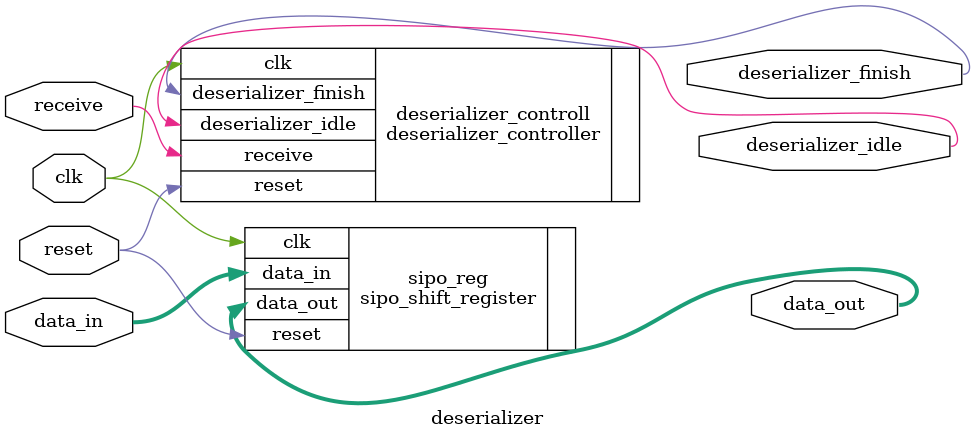
<source format=v>
`include "sipo_shift_register.v"
`include "deserializer_controller.v"

module deserializer (clk, reset, receive, deserializer_idle, deserializer_finish,
 data_in, data_out);

parameter input_size = 4;
parameter output_size = 32;

input clk, reset, receive;
output deserializer_finish, deserializer_idle;
input [input_size-1:0] data_in;
output [output_size - 1:0] data_out;

sipo_shift_register sipo_reg(.clk(clk), .data_in(data_in), .data_out(data_out), .reset(reset));

deserializer_controller deserializer_controll(.clk(clk), .reset(reset), .receive(receive),
    .deserializer_idle(deserializer_idle), .deserializer_finish(deserializer_finish));

endmodule // 
</source>
